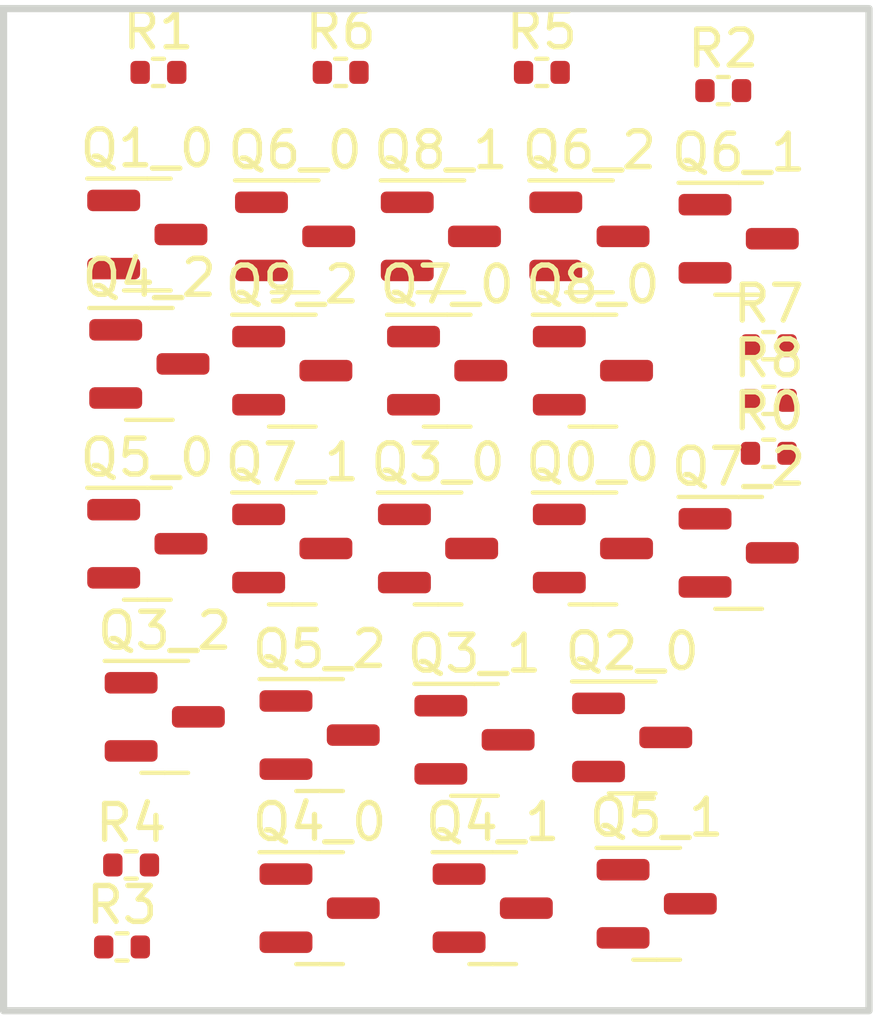
<source format=kicad_pcb>
(kicad_pcb (version 20221018) (generator pcbnew)
  (layers (0 "F.Cu" signal) (31 "B.Cu" signal) (34 "B.Paste" user) (35 "F.Paste" user) (36 "B.SilkS" user "B.Silkscreen") (37 "F.SilkS" user "F.Silkscreen") (38 "B.Mask" user) (39 "F.Mask" user) (44 "Edge.Cuts" user))
  (net 0 "")
  (net 1 "/SET")
  (net 2 "GND")
  (net 3 "/Q0")
  (net 4 "/DATA")
  (net 5 "/Q1")
  (net 6 "/RST")
  (net 7 "/Q2")
  (net 8 "Net-(Q3_0-S)")
  (net 9 "/NAND3")
  (net 10 "/NAND6")
  (net 11 "Net-(Q3_1-S)")
  (net 12 "/NAND4")
  (net 13 "Net-(Q4_0-S)")
  (net 14 "/CLK")
  (net 15 "Net-(Q4_1-S)")
  (net 16 "Net-(Q5_0-S)")
  (net 17 "/NAND5")
  (net 18 "Net-(Q5_1-S)")
  (net 19 "Net-(Q6_0-S)")
  (net 20 "Net-(Q6_1-S)")
  (net 21 "Net-(Q7_0-S)")
  (net 22 "/Q")
  (net 23 "Net-(Q7_1-S)")
  (net 24 "/Q_NOT")
  (net 25 "Net-(Q8_0-S)")
  (net 26 "Net-(Q8_1-S)")
  (net 27 "VCC")
  (footprint "Package_TO_SOT_SMD:SOT-23" (layer "F.Cu") (at 79.4235 43.754)
    (fp_text reference "Q0_0" (at 0 -2.4) (layer "F.SilkS"))
    (fp_text value "2N7002")
    (fp_line (start 0 -1.56) (end -1.675 -1.56) (stroke (width 0.12)) (layer "F.SilkS"))
    (fp_line (start 0 -1.56) (end 0.65 -1.56) (stroke (width 0.12)) (layer "F.SilkS"))
    (fp_line (start 0 1.56) (end -0.65 1.56) (stroke (width 0.12)) (layer "F.SilkS"))
    (fp_line (start 0 1.56) (end 0.65 1.56) (stroke (width 0.12)) (layer "F.SilkS"))
    (pad "1" smd roundrect (at -0.9375 -0.95) (size 1.475 0.6) (layers "F.Cu" "F.Paste" "F.Mask") (net 1 "/SET"))
    (pad "2" smd roundrect (at -0.9375 0.95) (size 1.475 0.6) (layers "F.Cu" "F.Paste" "F.Mask") (net 2 "GND"))
    (pad "3" smd roundrect (at 0.9375 0) (size 1.475 0.6) (layers "F.Cu" "F.Paste" "F.Mask") (net 3 "/Q0"))
  )
  (footprint "Package_TO_SOT_SMD:SOT-23" (layer "F.Cu") (at 76.1215 49.088)
    (fp_text reference "Q3_1" (at 0 -2.4) (layer "F.SilkS"))
    (fp_text value "2N7002")
    (fp_line (start 0 -1.56) (end -1.675 -1.56) (stroke (width 0.12)) (layer "F.SilkS"))
    (fp_line (start 0 -1.56) (end 0.65 -1.56) (stroke (width 0.12)) (layer "F.SilkS"))
    (fp_line (start 0 1.56) (end -0.65 1.56) (stroke (width 0.12)) (layer "F.SilkS"))
    (fp_line (start 0 1.56) (end 0.65 1.56) (stroke (width 0.12)) (layer "F.SilkS"))
    (pad "1" smd roundrect (at -0.9375 -0.95) (size 1.475 0.6) (layers "F.Cu" "F.Paste" "F.Mask") (net 10 "/NAND6"))
    (pad "2" smd roundrect (at -0.9375 0.95) (size 1.475 0.6) (layers "F.Cu" "F.Paste" "F.Mask") (net 11 "Net-(Q3_1-S)"))
    (pad "3" smd roundrect (at 0.9375 0) (size 1.475 0.6) (layers "F.Cu" "F.Paste" "F.Mask") (net 8 "Net-(Q3_0-S)"))
  )
  (footprint "Package_TO_SOT_SMD:SOT-23" (layer "F.Cu") (at 71.0415 43.754)
    (fp_text reference "Q7_1" (at 0 -2.4) (layer "F.SilkS"))
    (fp_text value "2N7002")
    (fp_line (start 0 -1.56) (end -1.675 -1.56) (stroke (width 0.12)) (layer "F.SilkS"))
    (fp_line (start 0 -1.56) (end 0.65 -1.56) (stroke (width 0.12)) (layer "F.SilkS"))
    (fp_line (start 0 1.56) (end -0.65 1.56) (stroke (width 0.12)) (layer "F.SilkS"))
    (fp_line (start 0 1.56) (end 0.65 1.56) (stroke (width 0.12)) (layer "F.SilkS"))
    (pad "1" smd roundrect (at -0.9375 -0.95) (size 1.475 0.6) (layers "F.Cu" "F.Paste" "F.Mask") (net 12 "/NAND4"))
    (pad "2" smd roundrect (at -0.9375 0.95) (size 1.475 0.6) (layers "F.Cu" "F.Paste" "F.Mask") (net 23 "Net-(Q7_1-S)"))
    (pad "3" smd roundrect (at 0.9375 0) (size 1.475 0.6) (layers "F.Cu" "F.Paste" "F.Mask") (net 21 "Net-(Q7_0-S)"))
  )
  (footprint "Resistor_SMD:R_0402_1005Metric" (layer "F.Cu") (at 66.294 54.864)
    (fp_text reference "R3" (at 0 -1.17) (layer "F.SilkS"))
    (fp_text value "R_Small")
    (fp_line (start -0.153641 -0.38) (end 0.153641 -0.38) (stroke (width 0.12)) (layer "F.SilkS"))
    (fp_line (start -0.153641 0.38) (end 0.153641 0.38) (stroke (width 0.12)) (layer "F.SilkS"))
    (pad "1" smd roundrect (at -0.51 0) (size 0.54 0.64) (layers "F.Cu" "F.Paste" "F.Mask") (net 27 "VCC"))
    (pad "2" smd roundrect (at 0.51 0) (size 0.54 0.64) (layers "F.Cu" "F.Paste" "F.Mask") (net 9 "/NAND3"))
  )
  (footprint "Resistor_SMD:R_0402_1005Metric" (layer "F.Cu") (at 67.31 30.48)
    (fp_text reference "R1" (at 0 -1.17) (layer "F.SilkS"))
    (fp_text value "R_Small")
    (fp_line (start -0.153641 -0.38) (end 0.153641 -0.38) (stroke (width 0.12)) (layer "F.SilkS"))
    (fp_line (start -0.153641 0.38) (end 0.153641 0.38) (stroke (width 0.12)) (layer "F.SilkS"))
    (pad "1" smd roundrect (at -0.51 0) (size 0.54 0.64) (layers "F.Cu" "F.Paste" "F.Mask") (net 27 "VCC"))
    (pad "2" smd roundrect (at 0.51 0) (size 0.54 0.64) (layers "F.Cu" "F.Paste" "F.Mask") (net 5 "/Q1"))
  )
  (footprint "Package_TO_SOT_SMD:SOT-23" (layer "F.Cu") (at 75.184 35.052)
    (fp_text reference "Q8_1" (at 0 -2.4) (layer "F.SilkS"))
    (fp_text value "2N7002")
    (fp_line (start 0 -1.56) (end -1.675 -1.56) (stroke (width 0.12)) (layer "F.SilkS"))
    (fp_line (start 0 -1.56) (end 0.65 -1.56) (stroke (width 0.12)) (layer "F.SilkS"))
    (fp_line (start 0 1.56) (end -0.65 1.56) (stroke (width 0.12)) (layer "F.SilkS"))
    (fp_line (start 0 1.56) (end 0.65 1.56) (stroke (width 0.12)) (layer "F.SilkS"))
    (pad "1" smd roundrect (at -0.9375 -0.95) (size 1.475 0.6) (layers "F.Cu" "F.Paste" "F.Mask") (net 17 "/NAND5"))
    (pad "2" smd roundrect (at -0.9375 0.95) (size 1.475 0.6) (layers "F.Cu" "F.Paste" "F.Mask") (net 26 "Net-(Q8_1-S)"))
    (pad "3" smd roundrect (at 0.9375 0) (size 1.475 0.6) (layers "F.Cu" "F.Paste" "F.Mask") (net 25 "Net-(Q8_0-S)"))
  )
  (footprint "Package_TO_SOT_SMD:SOT-23" (layer "F.Cu") (at 71.8035 48.956)
    (fp_text reference "Q5_2" (at 0 -2.4) (layer "F.SilkS"))
    (fp_text value "2N7002")
    (fp_line (start 0 -1.56) (end -1.675 -1.56) (stroke (width 0.12)) (layer "F.SilkS"))
    (fp_line (start 0 -1.56) (end 0.65 -1.56) (stroke (width 0.12)) (layer "F.SilkS"))
    (fp_line (start 0 1.56) (end -0.65 1.56) (stroke (width 0.12)) (layer "F.SilkS"))
    (fp_line (start 0 1.56) (end 0.65 1.56) (stroke (width 0.12)) (layer "F.SilkS"))
    (pad "1" smd roundrect (at -0.9375 -0.95) (size 1.475 0.6) (layers "F.Cu" "F.Paste" "F.Mask") (net 10 "/NAND6"))
    (pad "2" smd roundrect (at -0.9375 0.95) (size 1.475 0.6) (layers "F.Cu" "F.Paste" "F.Mask") (net 2 "GND"))
    (pad "3" smd roundrect (at 0.9375 0) (size 1.475 0.6) (layers "F.Cu" "F.Paste" "F.Mask") (net 18 "Net-(Q5_1-S)"))
  )
  (footprint "Package_TO_SOT_SMD:SOT-23" (layer "F.Cu") (at 71.8035 53.782)
    (fp_text reference "Q4_0" (at 0 -2.4) (layer "F.SilkS"))
    (fp_text value "2N7002")
    (fp_line (start 0 -1.56) (end -1.675 -1.56) (stroke (width 0.12)) (layer "F.SilkS"))
    (fp_line (start 0 -1.56) (end 0.65 -1.56) (stroke (width 0.12)) (layer "F.SilkS"))
    (fp_line (start 0 1.56) (end -0.65 1.56) (stroke (width 0.12)) (layer "F.SilkS"))
    (fp_line (start 0 1.56) (end 0.65 1.56) (stroke (width 0.12)) (layer "F.SilkS"))
    (pad "1" smd roundrect (at -0.9375 -0.95) (size 1.475 0.6) (layers "F.Cu" "F.Paste" "F.Mask") (net 9 "/NAND3"))
    (pad "2" smd roundrect (at -0.9375 0.95) (size 1.475 0.6) (layers "F.Cu" "F.Paste" "F.Mask") (net 13 "Net-(Q4_0-S)"))
    (pad "3" smd roundrect (at 0.9375 0) (size 1.475 0.6) (layers "F.Cu" "F.Paste" "F.Mask") (net 12 "/NAND4"))
  )
  (footprint "Package_TO_SOT_SMD:SOT-23" (layer "F.Cu") (at 71.0415 38.796)
    (fp_text reference "Q9_2" (at 0 -2.4) (layer "F.SilkS"))
    (fp_text value "2N7002")
    (fp_line (start 0 -1.56) (end -1.675 -1.56) (stroke (width 0.12)) (layer "F.SilkS"))
    (fp_line (start 0 -1.56) (end 0.65 -1.56) (stroke (width 0.12)) (layer "F.SilkS"))
    (fp_line (start 0 1.56) (end -0.65 1.56) (stroke (width 0.12)) (layer "F.SilkS"))
    (fp_line (start 0 1.56) (end 0.65 1.56) (stroke (width 0.12)) (layer "F.SilkS"))
    (pad "1" smd roundrect (at -0.9375 -0.95) (size 1.475 0.6) (layers "F.Cu" "F.Paste" "F.Mask") (net 7 "/Q2"))
    (pad "2" smd roundrect (at -0.9375 0.95) (size 1.475 0.6) (layers "F.Cu" "F.Paste" "F.Mask") (net 2 "GND"))
    (pad "3" smd roundrect (at 0.9375 0) (size 1.475 0.6) (layers "F.Cu" "F.Paste" "F.Mask") (net 26 "Net-(Q8_1-S)"))
  )
  (footprint "Package_TO_SOT_SMD:SOT-23" (layer "F.Cu") (at 83.4875 43.876)
    (fp_text reference "Q7_2" (at 0 -2.4) (layer "F.SilkS"))
    (fp_text value "2N7002")
    (fp_line (start 0 -1.56) (end -1.675 -1.56) (stroke (width 0.12)) (layer "F.SilkS"))
    (fp_line (start 0 -1.56) (end 0.65 -1.56) (stroke (width 0.12)) (layer "F.SilkS"))
    (fp_line (start 0 1.56) (end -0.65 1.56) (stroke (width 0.12)) (layer "F.SilkS"))
    (fp_line (start 0 1.56) (end 0.65 1.56) (stroke (width 0.12)) (layer "F.SilkS"))
    (pad "1" smd roundrect (at -0.9375 -0.95) (size 1.475 0.6) (layers "F.Cu" "F.Paste" "F.Mask") (net 24 "/Q_NOT"))
    (pad "2" smd roundrect (at -0.9375 0.95) (size 1.475 0.6) (layers "F.Cu" "F.Paste" "F.Mask") (net 2 "GND"))
    (pad "3" smd roundrect (at 0.9375 0) (size 1.475 0.6) (layers "F.Cu" "F.Paste" "F.Mask") (net 23 "Net-(Q7_1-S)"))
  )
  (footprint "Resistor_SMD:R_0402_1005Metric" (layer "F.Cu") (at 72.39 30.48)
    (fp_text reference "R6" (at 0 -1.17) (layer "F.SilkS"))
    (fp_text value "R_Small")
    (fp_line (start -0.153641 -0.38) (end 0.153641 -0.38) (stroke (width 0.12)) (layer "F.SilkS"))
    (fp_line (start -0.153641 0.38) (end 0.153641 0.38) (stroke (width 0.12)) (layer "F.SilkS"))
    (pad "1" smd roundrect (at -0.51 0) (size 0.54 0.64) (layers "F.Cu" "F.Paste" "F.Mask") (net 27 "VCC"))
    (pad "2" smd roundrect (at 0.51 0) (size 0.54 0.64) (layers "F.Cu" "F.Paste" "F.Mask") (net 10 "/NAND6"))
  )
  (footprint "Package_TO_SOT_SMD:SOT-23" (layer "F.Cu") (at 67 43.622)
    (fp_text reference "Q5_0" (at 0 -2.4) (layer "F.SilkS"))
    (fp_text value "2N7002")
    (fp_line (start 0 -1.56) (end -1.675 -1.56) (stroke (width 0.12)) (layer "F.SilkS"))
    (fp_line (start 0 -1.56) (end 0.65 -1.56) (stroke (width 0.12)) (layer "F.SilkS"))
    (fp_line (start 0 1.56) (end -0.65 1.56) (stroke (width 0.12)) (layer "F.SilkS"))
    (fp_line (start 0 1.56) (end 0.65 1.56) (stroke (width 0.12)) (layer "F.SilkS"))
    (pad "1" smd roundrect (at -0.9375 -0.95) (size 1.475 0.6) (layers "F.Cu" "F.Paste" "F.Mask") (net 12 "/NAND4"))
    (pad "2" smd roundrect (at -0.9375 0.95) (size 1.475 0.6) (layers "F.Cu" "F.Paste" "F.Mask") (net 16 "Net-(Q5_0-S)"))
    (pad "3" smd roundrect (at 0.9375 0) (size 1.475 0.6) (layers "F.Cu" "F.Paste" "F.Mask") (net 17 "/NAND5"))
  )
  (footprint "Package_TO_SOT_SMD:SOT-23" (layer "F.Cu") (at 67.4855 48.448)
    (fp_text reference "Q3_2" (at 0 -2.4) (layer "F.SilkS"))
    (fp_text value "2N7002")
    (fp_line (start 0 -1.56) (end -1.675 -1.56) (stroke (width 0.12)) (layer "F.SilkS"))
    (fp_line (start 0 -1.56) (end 0.65 -1.56) (stroke (width 0.12)) (layer "F.SilkS"))
    (fp_line (start 0 1.56) (end -0.65 1.56) (stroke (width 0.12)) (layer "F.SilkS"))
    (fp_line (start 0 1.56) (end 0.65 1.56) (stroke (width 0.12)) (layer "F.SilkS"))
    (pad "1" smd roundrect (at -0.9375 -0.95) (size 1.475 0.6) (layers "F.Cu" "F.Paste" "F.Mask") (net 12 "/NAND4"))
    (pad "2" smd roundrect (at -0.9375 0.95) (size 1.475 0.6) (layers "F.Cu" "F.Paste" "F.Mask") (net 2 "GND"))
    (pad "3" smd roundrect (at 0.9375 0) (size 1.475 0.6) (layers "F.Cu" "F.Paste" "F.Mask") (net 11 "Net-(Q3_1-S)"))
  )
  (footprint "Resistor_SMD:R_0402_1005Metric" (layer "F.Cu") (at 84.326 38.1)
    (fp_text reference "R7" (at 0 -1.17) (layer "F.SilkS"))
    (fp_text value "R_Small")
    (fp_line (start -0.153641 -0.38) (end 0.153641 -0.38) (stroke (width 0.12)) (layer "F.SilkS"))
    (fp_line (start -0.153641 0.38) (end 0.153641 0.38) (stroke (width 0.12)) (layer "F.SilkS"))
    (pad "1" smd roundrect (at -0.51 0) (size 0.54 0.64) (layers "F.Cu" "F.Paste" "F.Mask") (net 27 "VCC"))
    (pad "2" smd roundrect (at 0.51 0) (size 0.54 0.64) (layers "F.Cu" "F.Paste" "F.Mask") (net 22 "/Q"))
  )
  (footprint "Package_TO_SOT_SMD:SOT-23" (layer "F.Cu") (at 67 35)
    (fp_text reference "Q1_0" (at 0 -2.4) (layer "F.SilkS"))
    (fp_text value "2N7002")
    (fp_line (start 0 -1.56) (end -1.675 -1.56) (stroke (width 0.12)) (layer "F.SilkS"))
    (fp_line (start 0 -1.56) (end 0.65 -1.56) (stroke (width 0.12)) (layer "F.SilkS"))
    (fp_line (start 0 1.56) (end -0.65 1.56) (stroke (width 0.12)) (layer "F.SilkS"))
    (fp_line (start 0 1.56) (end 0.65 1.56) (stroke (width 0.12)) (layer "F.SilkS"))
    (pad "1" smd roundrect (at -0.9375 -0.95) (size 1.475 0.6) (layers "F.Cu" "F.Paste" "F.Mask") (net 4 "/DATA"))
    (pad "2" smd roundrect (at -0.9375 0.95) (size 1.475 0.6) (layers "F.Cu" "F.Paste" "F.Mask") (net 2 "GND"))
    (pad "3" smd roundrect (at 0.9375 0) (size 1.475 0.6) (layers "F.Cu" "F.Paste" "F.Mask") (net 5 "/Q1"))
  )
  (footprint "Package_TO_SOT_SMD:SOT-23" (layer "F.Cu") (at 75.1055 43.754)
    (fp_text reference "Q3_0" (at 0 -2.4) (layer "F.SilkS"))
    (fp_text value "2N7002")
    (fp_line (start 0 -1.56) (end -1.675 -1.56) (stroke (width 0.12)) (layer "F.SilkS"))
    (fp_line (start 0 -1.56) (end 0.65 -1.56) (stroke (width 0.12)) (layer "F.SilkS"))
    (fp_line (start 0 1.56) (end -0.65 1.56) (stroke (width 0.12)) (layer "F.SilkS"))
    (fp_line (start 0 1.56) (end 0.65 1.56) (stroke (width 0.12)) (layer "F.SilkS"))
    (pad "1" smd roundrect (at -0.9375 -0.95) (size 1.475 0.6) (layers "F.Cu" "F.Paste" "F.Mask") (net 3 "/Q0"))
    (pad "2" smd roundrect (at -0.9375 0.95) (size 1.475 0.6) (layers "F.Cu" "F.Paste" "F.Mask") (net 8 "Net-(Q3_0-S)"))
    (pad "3" smd roundrect (at 0.9375 0) (size 1.475 0.6) (layers "F.Cu" "F.Paste" "F.Mask") (net 9 "/NAND3"))
  )
  (footprint "Resistor_SMD:R_0402_1005Metric" (layer "F.Cu") (at 84.328 39.624)
    (fp_text reference "R8" (at 0 -1.17) (layer "F.SilkS"))
    (fp_text value "R_Small")
    (fp_line (start -0.153641 -0.38) (end 0.153641 -0.38) (stroke (width 0.12)) (layer "F.SilkS"))
    (fp_line (start -0.153641 0.38) (end 0.153641 0.38) (stroke (width 0.12)) (layer "F.SilkS"))
    (pad "1" smd roundrect (at -0.51 0) (size 0.54 0.64) (layers "F.Cu" "F.Paste" "F.Mask") (net 27 "VCC"))
    (pad "2" smd roundrect (at 0.51 0) (size 0.54 0.64) (layers "F.Cu" "F.Paste" "F.Mask") (net 24 "/Q_NOT"))
  )
  (footprint "Resistor_SMD:R_0402_1005Metric" (layer "F.Cu") (at 78 30.48)
    (fp_text reference "R5" (at 0 -1.17) (layer "F.SilkS"))
    (fp_text value "R_Small")
    (fp_line (start -0.153641 -0.38) (end 0.153641 -0.38) (stroke (width 0.12)) (layer "F.SilkS"))
    (fp_line (start -0.153641 0.38) (end 0.153641 0.38) (stroke (width 0.12)) (layer "F.SilkS"))
    (pad "1" smd roundrect (at -0.51 0) (size 0.54 0.64) (layers "F.Cu" "F.Paste" "F.Mask") (net 27 "VCC"))
    (pad "2" smd roundrect (at 0.51 0) (size 0.54 0.64) (layers "F.Cu" "F.Paste" "F.Mask") (net 17 "/NAND5"))
  )
  (footprint "Package_TO_SOT_SMD:SOT-23" (layer "F.Cu") (at 71.12 35.052)
    (fp_text reference "Q6_0" (at 0 -2.4) (layer "F.SilkS"))
    (fp_text value "2N7002")
    (fp_line (start 0 -1.56) (end -1.675 -1.56) (stroke (width 0.12)) (layer "F.SilkS"))
    (fp_line (start 0 -1.56) (end 0.65 -1.56) (stroke (width 0.12)) (layer "F.SilkS"))
    (fp_line (start 0 1.56) (end -0.65 1.56) (stroke (width 0.12)) (layer "F.SilkS"))
    (fp_line (start 0 1.56) (end 0.65 1.56) (stroke (width 0.12)) (layer "F.SilkS"))
    (pad "1" smd roundrect (at -0.9375 -0.95) (size 1.475 0.6) (layers "F.Cu" "F.Paste" "F.Mask") (net 17 "/NAND5"))
    (pad "2" smd roundrect (at -0.9375 0.95) (size 1.475 0.6) (layers "F.Cu" "F.Paste" "F.Mask") (net 19 "Net-(Q6_0-S)"))
    (pad "3" smd roundrect (at 0.9375 0) (size 1.475 0.6) (layers "F.Cu" "F.Paste" "F.Mask") (net 10 "/NAND6"))
  )
  (footprint "Package_TO_SOT_SMD:SOT-23" (layer "F.Cu") (at 75.3595 38.796)
    (fp_text reference "Q7_0" (at 0 -2.4) (layer "F.SilkS"))
    (fp_text value "2N7002")
    (fp_line (start 0 -1.56) (end -1.675 -1.56) (stroke (width 0.12)) (layer "F.SilkS"))
    (fp_line (start 0 -1.56) (end 0.65 -1.56) (stroke (width 0.12)) (layer "F.SilkS"))
    (fp_line (start 0 1.56) (end -0.65 1.56) (stroke (width 0.12)) (layer "F.SilkS"))
    (fp_line (start 0 1.56) (end 0.65 1.56) (stroke (width 0.12)) (layer "F.SilkS"))
    (pad "1" smd roundrect (at -0.9375 -0.95) (size 1.475 0.6) (layers "F.Cu" "F.Paste" "F.Mask") (net 3 "/Q0"))
    (pad "2" smd roundrect (at -0.9375 0.95) (size 1.475 0.6) (layers "F.Cu" "F.Paste" "F.Mask") (net 21 "Net-(Q7_0-S)"))
    (pad "3" smd roundrect (at 0.9375 0) (size 1.475 0.6) (layers "F.Cu" "F.Paste" "F.Mask") (net 22 "/Q"))
  )
  (footprint "Resistor_SMD:R_0402_1005Metric" (layer "F.Cu") (at 83.058 30.988)
    (fp_text reference "R2" (at 0 -1.17) (layer "F.SilkS"))
    (fp_text value "R_Small")
    (fp_line (start -0.153641 -0.38) (end 0.153641 -0.38) (stroke (width 0.12)) (layer "F.SilkS"))
    (fp_line (start -0.153641 0.38) (end 0.153641 0.38) (stroke (width 0.12)) (layer "F.SilkS"))
    (pad "1" smd roundrect (at -0.51 0) (size 0.54 0.64) (layers "F.Cu" "F.Paste" "F.Mask") (net 27 "VCC"))
    (pad "2" smd roundrect (at 0.51 0) (size 0.54 0.64) (layers "F.Cu" "F.Paste" "F.Mask") (net 7 "/Q2"))
  )
  (footprint "Package_TO_SOT_SMD:SOT-23" (layer "F.Cu") (at 76.6295 53.782)
    (fp_text reference "Q4_1" (at 0 -2.4) (layer "F.SilkS"))
    (fp_text value "2N7002")
    (fp_line (start 0 -1.56) (end -1.675 -1.56) (stroke (width 0.12)) (layer "F.SilkS"))
    (fp_line (start 0 -1.56) (end 0.65 -1.56) (stroke (width 0.12)) (layer "F.SilkS"))
    (fp_line (start 0 1.56) (end -0.65 1.56) (stroke (width 0.12)) (layer "F.SilkS"))
    (fp_line (start 0 1.56) (end 0.65 1.56) (stroke (width 0.12)) (layer "F.SilkS"))
    (pad "1" smd roundrect (at -0.9375 -0.95) (size 1.475 0.6) (layers "F.Cu" "F.Paste" "F.Mask") (net 14 "/CLK"))
    (pad "2" smd roundrect (at -0.9375 0.95) (size 1.475 0.6) (layers "F.Cu" "F.Paste" "F.Mask") (net 15 "Net-(Q4_1-S)"))
    (pad "3" smd roundrect (at 0.9375 0) (size 1.475 0.6) (layers "F.Cu" "F.Paste" "F.Mask") (net 13 "Net-(Q4_0-S)"))
  )
  (footprint "Package_TO_SOT_SMD:SOT-23" (layer "F.Cu") (at 80.518 49.022)
    (fp_text reference "Q2_0" (at 0 -2.4) (layer "F.SilkS"))
    (fp_text value "2N7002")
    (fp_line (start 0 -1.56) (end -1.675 -1.56) (stroke (width 0.12)) (layer "F.SilkS"))
    (fp_line (start 0 -1.56) (end 0.65 -1.56) (stroke (width 0.12)) (layer "F.SilkS"))
    (fp_line (start 0 1.56) (end -0.65 1.56) (stroke (width 0.12)) (layer "F.SilkS"))
    (fp_line (start 0 1.56) (end 0.65 1.56) (stroke (width 0.12)) (layer "F.SilkS"))
    (pad "1" smd roundrect (at -0.9375 -0.95) (size 1.475 0.6) (layers "F.Cu" "F.Paste" "F.Mask") (net 6 "/RST"))
    (pad "2" smd roundrect (at -0.9375 0.95) (size 1.475 0.6) (layers "F.Cu" "F.Paste" "F.Mask") (net 2 "GND"))
    (pad "3" smd roundrect (at 0.9375 0) (size 1.475 0.6) (layers "F.Cu" "F.Paste" "F.Mask") (net 7 "/Q2"))
  )
  (footprint "Package_TO_SOT_SMD:SOT-23" (layer "F.Cu") (at 81.2015 53.66)
    (fp_text reference "Q5_1" (at 0 -2.4) (layer "F.SilkS"))
    (fp_text value "2N7002")
    (fp_line (start 0 -1.56) (end -1.675 -1.56) (stroke (width 0.12)) (layer "F.SilkS"))
    (fp_line (start 0 -1.56) (end 0.65 -1.56) (stroke (width 0.12)) (layer "F.SilkS"))
    (fp_line (start 0 1.56) (end -0.65 1.56) (stroke (width 0.12)) (layer "F.SilkS"))
    (fp_line (start 0 1.56) (end 0.65 1.56) (stroke (width 0.12)) (layer "F.SilkS"))
    (pad "1" smd roundrect (at -0.9375 -0.95) (size 1.475 0.6) (layers "F.Cu" "F.Paste" "F.Mask") (net 14 "/CLK"))
    (pad "2" smd roundrect (at -0.9375 0.95) (size 1.475 0.6) (layers "F.Cu" "F.Paste" "F.Mask") (net 18 "Net-(Q5_1-S)"))
    (pad "3" smd roundrect (at 0.9375 0) (size 1.475 0.6) (layers "F.Cu" "F.Paste" "F.Mask") (net 16 "Net-(Q5_0-S)"))
  )
  (footprint "Resistor_SMD:R_0402_1005Metric" (layer "F.Cu") (at 66.548 52.578)
    (fp_text reference "R4" (at 0 -1.17) (layer "F.SilkS"))
    (fp_text value "R_Small")
    (fp_line (start -0.153641 -0.38) (end 0.153641 -0.38) (stroke (width 0.12)) (layer "F.SilkS"))
    (fp_line (start -0.153641 0.38) (end 0.153641 0.38) (stroke (width 0.12)) (layer "F.SilkS"))
    (pad "1" smd roundrect (at -0.51 0) (size 0.54 0.64) (layers "F.Cu" "F.Paste" "F.Mask") (net 27 "VCC"))
    (pad "2" smd roundrect (at 0.51 0) (size 0.54 0.64) (layers "F.Cu" "F.Paste" "F.Mask") (net 12 "/NAND4"))
  )
  (footprint "Package_TO_SOT_SMD:SOT-23" (layer "F.Cu") (at 83.4875 35.118)
    (fp_text reference "Q6_1" (at 0 -2.4) (layer "F.SilkS"))
    (fp_text value "2N7002")
    (fp_line (start 0 -1.56) (end -1.675 -1.56) (stroke (width 0.12)) (layer "F.SilkS"))
    (fp_line (start 0 -1.56) (end 0.65 -1.56) (stroke (width 0.12)) (layer "F.SilkS"))
    (fp_line (start 0 1.56) (end -0.65 1.56) (stroke (width 0.12)) (layer "F.SilkS"))
    (fp_line (start 0 1.56) (end 0.65 1.56) (stroke (width 0.12)) (layer "F.SilkS"))
    (pad "1" smd roundrect (at -0.9375 -0.95) (size 1.475 0.6) (layers "F.Cu" "F.Paste" "F.Mask") (net 4 "/DATA"))
    (pad "2" smd roundrect (at -0.9375 0.95) (size 1.475 0.6) (layers "F.Cu" "F.Paste" "F.Mask") (net 20 "Net-(Q6_1-S)"))
    (pad "3" smd roundrect (at 0.9375 0) (size 1.475 0.6) (layers "F.Cu" "F.Paste" "F.Mask") (net 19 "Net-(Q6_0-S)"))
  )
  (footprint "Package_TO_SOT_SMD:SOT-23" (layer "F.Cu") (at 79.3265 35.052)
    (fp_text reference "Q6_2" (at 0 -2.4) (layer "F.SilkS"))
    (fp_text value "2N7002")
    (fp_line (start 0 -1.56) (end -1.675 -1.56) (stroke (width 0.12)) (layer "F.SilkS"))
    (fp_line (start 0 -1.56) (end 0.65 -1.56) (stroke (width 0.12)) (layer "F.SilkS"))
    (fp_line (start 0 1.56) (end -0.65 1.56) (stroke (width 0.12)) (layer "F.SilkS"))
    (fp_line (start 0 1.56) (end 0.65 1.56) (stroke (width 0.12)) (layer "F.SilkS"))
    (pad "1" smd roundrect (at -0.9375 -0.95) (size 1.475 0.6) (layers "F.Cu" "F.Paste" "F.Mask") (net 7 "/Q2"))
    (pad "2" smd roundrect (at -0.9375 0.95) (size 1.475 0.6) (layers "F.Cu" "F.Paste" "F.Mask") (net 2 "GND"))
    (pad "3" smd roundrect (at 0.9375 0) (size 1.475 0.6) (layers "F.Cu" "F.Paste" "F.Mask") (net 20 "Net-(Q6_1-S)"))
  )
  (footprint "Resistor_SMD:R_0402_1005Metric" (layer "F.Cu") (at 84.326 41.1)
    (fp_text reference "R0" (at 0 -1.17) (layer "F.SilkS"))
    (fp_text value "R_Small")
    (fp_line (start -0.153641 -0.38) (end 0.153641 -0.38) (stroke (width 0.12)) (layer "F.SilkS"))
    (fp_line (start -0.153641 0.38) (end 0.153641 0.38) (stroke (width 0.12)) (layer "F.SilkS"))
    (pad "1" smd roundrect (at -0.51 0) (size 0.54 0.64) (layers "F.Cu" "F.Paste" "F.Mask") (net 27 "VCC"))
    (pad "2" smd roundrect (at 0.51 0) (size 0.54 0.64) (layers "F.Cu" "F.Paste" "F.Mask") (net 3 "/Q0"))
  )
  (footprint "Package_TO_SOT_SMD:SOT-23" (layer "F.Cu") (at 79.4235 38.796)
    (fp_text reference "Q8_0" (at 0 -2.4) (layer "F.SilkS"))
    (fp_text value "2N7002")
    (fp_line (start 0 -1.56) (end -1.675 -1.56) (stroke (width 0.12)) (layer "F.SilkS"))
    (fp_line (start 0 -1.56) (end 0.65 -1.56) (stroke (width 0.12)) (layer "F.SilkS"))
    (fp_line (start 0 1.56) (end -0.65 1.56) (stroke (width 0.12)) (layer "F.SilkS"))
    (fp_line (start 0 1.56) (end 0.65 1.56) (stroke (width 0.12)) (layer "F.SilkS"))
    (pad "1" smd roundrect (at -0.9375 -0.95) (size 1.475 0.6) (layers "F.Cu" "F.Paste" "F.Mask") (net 22 "/Q"))
    (pad "2" smd roundrect (at -0.9375 0.95) (size 1.475 0.6) (layers "F.Cu" "F.Paste" "F.Mask") (net 25 "Net-(Q8_0-S)"))
    (pad "3" smd roundrect (at 0.9375 0) (size 1.475 0.6) (layers "F.Cu" "F.Paste" "F.Mask") (net 24 "/Q_NOT"))
  )
  (footprint "Package_TO_SOT_SMD:SOT-23" (layer "F.Cu") (at 67.056 38.608)
    (fp_text reference "Q4_2" (at 0 -2.4) (layer "F.SilkS"))
    (fp_text value "2N7002")
    (fp_line (start 0 -1.56) (end -1.675 -1.56) (stroke (width 0.12)) (layer "F.SilkS"))
    (fp_line (start 0 -1.56) (end 0.65 -1.56) (stroke (width 0.12)) (layer "F.SilkS"))
    (fp_line (start 0 1.56) (end -0.65 1.56) (stroke (width 0.12)) (layer "F.SilkS"))
    (fp_line (start 0 1.56) (end 0.65 1.56) (stroke (width 0.12)) (layer "F.SilkS"))
    (pad "1" smd roundrect (at -0.9375 -0.95) (size 1.475 0.6) (layers "F.Cu" "F.Paste" "F.Mask") (net 7 "/Q2"))
    (pad "2" smd roundrect (at -0.9375 0.95) (size 1.475 0.6) (layers "F.Cu" "F.Paste" "F.Mask") (net 2 "GND"))
    (pad "3" smd roundrect (at 0.9375 0) (size 1.475 0.6) (layers "F.Cu" "F.Paste" "F.Mask") (net 15 "Net-(Q4_1-S)"))
  )
  (gr_rect (start 62.992 28.702) (end 87.122 56.642) (stroke (width 0.2)) (fill none) (layer "Edge.Cuts"))
)
</source>
